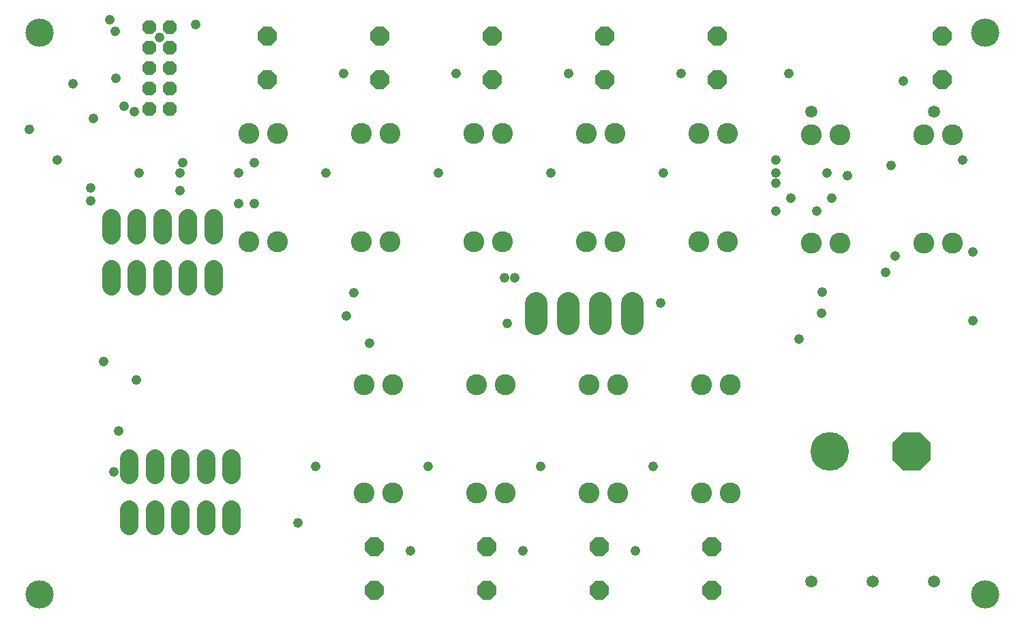
<source format=gbs>
G75*
G70*
%OFA0B0*%
%FSLAX24Y24*%
%IPPOS*%
%LPD*%
%AMOC8*
5,1,8,0,0,1.08239X$1,22.5*
%
%ADD10C,0.1025*%
%ADD11OC8,0.0907*%
%ADD12C,0.1084*%
%ADD13C,0.1890*%
%ADD14OC8,0.1890*%
%ADD15C,0.0595*%
%ADD16OC8,0.0680*%
%ADD17C,0.1380*%
%ADD18C,0.0907*%
%ADD19C,0.0476*%
D10*
X017430Y006380D03*
X018830Y006380D03*
X022930Y006380D03*
X024330Y006380D03*
X028430Y006380D03*
X029830Y006380D03*
X033930Y006380D03*
X035330Y006380D03*
X035330Y011680D03*
X033930Y011680D03*
X029830Y011680D03*
X028430Y011680D03*
X024330Y011680D03*
X022930Y011680D03*
X018830Y011680D03*
X017430Y011680D03*
X017280Y018680D03*
X018680Y018680D03*
X022780Y018680D03*
X024180Y018680D03*
X028280Y018680D03*
X029680Y018680D03*
X033780Y018680D03*
X035180Y018680D03*
X039305Y018630D03*
X040705Y018630D03*
X044805Y018630D03*
X046205Y018630D03*
X046205Y023930D03*
X044805Y023930D03*
X040705Y023930D03*
X039305Y023930D03*
X035180Y023980D03*
X033780Y023980D03*
X029680Y023980D03*
X028280Y023980D03*
X024180Y023980D03*
X022780Y023980D03*
X018680Y023980D03*
X017280Y023980D03*
X013180Y023980D03*
X011780Y023980D03*
X011780Y018680D03*
X013180Y018680D03*
D11*
X012680Y026597D03*
X012680Y028763D03*
X018180Y028763D03*
X018180Y026597D03*
X023680Y026597D03*
X023680Y028763D03*
X029180Y028763D03*
X029180Y026597D03*
X034680Y026597D03*
X034680Y028763D03*
X045680Y028763D03*
X045680Y026597D03*
X034430Y003763D03*
X034430Y001597D03*
X028930Y001597D03*
X028930Y003763D03*
X023430Y003763D03*
X023430Y001597D03*
X017930Y001597D03*
X017930Y003763D03*
D12*
X025841Y014678D02*
X025841Y015682D01*
X027400Y015682D02*
X027400Y014678D01*
X028960Y014678D02*
X028960Y015682D01*
X030519Y015682D02*
X030519Y014678D01*
D13*
X040180Y008430D03*
D14*
X044180Y008430D03*
D15*
X045305Y002055D03*
X042305Y002055D03*
X039305Y002055D03*
X039305Y025055D03*
X045305Y025055D03*
D16*
X007930Y025180D03*
X006930Y025180D03*
X006930Y026180D03*
X007930Y026180D03*
X007930Y027180D03*
X006930Y027180D03*
X006930Y028180D03*
X007930Y028180D03*
X007930Y029180D03*
X006930Y029180D03*
D17*
X001555Y001430D03*
X001555Y028930D03*
X047805Y028930D03*
X047805Y001430D03*
D18*
X010930Y004767D02*
X010930Y005593D01*
X009680Y005593D02*
X009680Y004767D01*
X008430Y004767D02*
X008430Y005593D01*
X007180Y005593D02*
X007180Y004767D01*
X005930Y004767D02*
X005930Y005593D01*
X005930Y007267D02*
X005930Y008093D01*
X007180Y008093D02*
X007180Y007267D01*
X008430Y007267D02*
X008430Y008093D01*
X009680Y008093D02*
X009680Y007267D01*
X010930Y007267D02*
X010930Y008093D01*
X010055Y016517D02*
X010055Y017343D01*
X008805Y017343D02*
X008805Y016517D01*
X007555Y016517D02*
X007555Y017343D01*
X006305Y017343D02*
X006305Y016517D01*
X005055Y016517D02*
X005055Y017343D01*
X005055Y019017D02*
X005055Y019843D01*
X006305Y019843D02*
X006305Y019017D01*
X007555Y019017D02*
X007555Y019843D01*
X008805Y019843D02*
X008805Y019017D01*
X010055Y019017D02*
X010055Y019843D01*
D19*
X011305Y020555D03*
X012055Y020555D03*
X011305Y022055D03*
X012055Y022555D03*
X008555Y022555D03*
X008430Y022055D03*
X008430Y021180D03*
X006430Y022055D03*
X004055Y021305D03*
X004055Y020680D03*
X002430Y022680D03*
X001055Y024180D03*
X004205Y024705D03*
X005680Y025305D03*
X006180Y025055D03*
X005305Y026680D03*
X003180Y026430D03*
X005255Y028980D03*
X005005Y029555D03*
X007430Y028680D03*
X009180Y029305D03*
X016430Y026930D03*
X021930Y026930D03*
X027430Y026930D03*
X032930Y026930D03*
X038180Y026930D03*
X043805Y026555D03*
X046680Y022680D03*
X043180Y022430D03*
X041055Y021930D03*
X040055Y022055D03*
X040305Y020805D03*
X039555Y020180D03*
X038305Y020805D03*
X037555Y020180D03*
X037555Y021555D03*
X037555Y022055D03*
X037555Y022680D03*
X032055Y022055D03*
X026555Y022055D03*
X021055Y022055D03*
X015555Y022055D03*
X024305Y016930D03*
X024805Y016930D03*
X024430Y014680D03*
X017680Y013705D03*
X016555Y015055D03*
X016930Y016180D03*
X006305Y011930D03*
X004680Y012805D03*
X005430Y009430D03*
X005180Y007430D03*
X014180Y004930D03*
X015055Y007680D03*
X020555Y007680D03*
X026055Y007680D03*
X031555Y007680D03*
X030680Y003555D03*
X025180Y003555D03*
X019680Y003555D03*
X038680Y013930D03*
X039805Y015180D03*
X039830Y016205D03*
X042930Y017180D03*
X043380Y017980D03*
X047180Y018180D03*
X047180Y014805D03*
X031930Y015680D03*
X031930Y015680D03*
M02*

</source>
